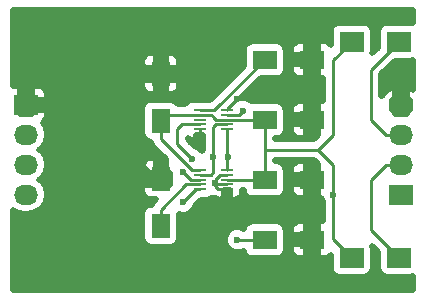
<source format=gbr>
G04 #@! TF.FileFunction,Copper,L1,Top,Signal*
%FSLAX46Y46*%
G04 Gerber Fmt 4.6, Leading zero omitted, Abs format (unit mm)*
G04 Created by KiCad (PCBNEW 4.0.6) date 03/10/17 18:36:09*
%MOMM*%
%LPD*%
G01*
G04 APERTURE LIST*
%ADD10C,0.150000*%
%ADD11R,1.100000X0.225000*%
%ADD12R,2.000000X1.600000*%
%ADD13R,1.600000X2.000000*%
%ADD14R,2.032000X1.727200*%
%ADD15O,2.032000X1.727200*%
%ADD16R,2.000000X1.700000*%
%ADD17C,0.600000*%
%ADD18C,0.254000*%
%ADD19C,0.508000*%
G04 APERTURE END LIST*
D10*
D11*
X143630000Y-116040000D03*
X143630000Y-116440000D03*
X143630000Y-116840000D03*
X143630000Y-117240000D03*
X143630000Y-117640000D03*
X145930000Y-117640000D03*
X145930000Y-117240000D03*
X145930000Y-116840000D03*
X145930000Y-116440000D03*
X145930000Y-116040000D03*
D12*
X149130000Y-111760000D03*
X153130000Y-111760000D03*
X149130000Y-116840000D03*
X153130000Y-116840000D03*
X149130000Y-106680000D03*
X153130000Y-106680000D03*
X149130000Y-121920000D03*
X153130000Y-121920000D03*
D13*
X140335000Y-111855000D03*
X140335000Y-107855000D03*
X140335000Y-120745000D03*
X140335000Y-116745000D03*
D14*
X160655000Y-118110000D03*
D15*
X160655000Y-115570000D03*
X160655000Y-113030000D03*
X160655000Y-110490000D03*
D14*
X128905000Y-110490000D03*
D15*
X128905000Y-113030000D03*
X128905000Y-115570000D03*
X128905000Y-118110000D03*
D16*
X156496000Y-123444000D03*
X160496000Y-123444000D03*
X156496000Y-105156000D03*
X160496000Y-105156000D03*
D11*
X143630000Y-110960000D03*
X143630000Y-111360000D03*
X143630000Y-111760000D03*
X143630000Y-112160000D03*
X143630000Y-112560000D03*
X145930000Y-112560000D03*
X145930000Y-112160000D03*
X145930000Y-111760000D03*
X145930000Y-111360000D03*
X145930000Y-110960000D03*
D17*
X154940000Y-118110000D03*
X144907000Y-117094000D03*
X142875000Y-113665000D03*
X146812000Y-109982000D03*
X138049000Y-114808000D03*
X138049000Y-112014000D03*
X138049000Y-117348000D03*
X151003000Y-106680000D03*
X151003000Y-111760000D03*
X151003000Y-116840000D03*
X151003000Y-121920000D03*
X146812000Y-121920000D03*
X143002000Y-115062000D03*
X144780000Y-114935000D03*
X146050000Y-114935000D03*
X147320000Y-110998000D03*
X142240000Y-116205000D03*
X142240000Y-118745000D03*
D18*
X154940000Y-119380000D02*
X154940000Y-121888000D01*
X154940000Y-115570000D02*
X154940000Y-118110000D01*
X154940000Y-118110000D02*
X154940000Y-119380000D01*
X153670000Y-114300000D02*
X154940000Y-115570000D01*
X154940000Y-121888000D02*
X156496000Y-123444000D01*
X154940000Y-109855000D02*
X154940000Y-106712000D01*
X154940000Y-106712000D02*
X156496000Y-105156000D01*
X153670000Y-114300000D02*
X154940000Y-113030000D01*
X154940000Y-113030000D02*
X154940000Y-109855000D01*
X154940000Y-109855000D02*
X154940000Y-109760000D01*
X143630000Y-116040000D02*
X142964000Y-116040000D01*
X140335000Y-113411000D02*
X140335000Y-111855000D01*
X142964000Y-116040000D02*
X140335000Y-113411000D01*
X145930000Y-111760000D02*
X149130000Y-111760000D01*
X143630000Y-111360000D02*
X140830000Y-111360000D01*
X140830000Y-111360000D02*
X140335000Y-111855000D01*
X143630000Y-111360000D02*
X144634000Y-111360000D01*
X145034000Y-111760000D02*
X144780000Y-111506000D01*
X145034000Y-111760000D02*
X145930000Y-111760000D01*
X144634000Y-111360000D02*
X144780000Y-111506000D01*
X149130000Y-114300000D02*
X153670000Y-114300000D01*
X140430000Y-111760000D02*
X140335000Y-111855000D01*
X148730000Y-112160000D02*
X149130000Y-111760000D01*
X145930000Y-116840000D02*
X149130000Y-116840000D01*
X149130000Y-111760000D02*
X149130000Y-114300000D01*
X149130000Y-114300000D02*
X149130000Y-116840000D01*
X143630000Y-112910000D02*
X142875000Y-113665000D01*
X143630000Y-112560000D02*
X143630000Y-112910000D01*
X145930000Y-110960000D02*
X145930000Y-110864000D01*
X145930000Y-110864000D02*
X146812000Y-109982000D01*
X145930000Y-117640000D02*
X145199000Y-117640000D01*
X144907000Y-117348000D02*
X144907000Y-117094000D01*
X145199000Y-117640000D02*
X144907000Y-117348000D01*
X145930000Y-117240000D02*
X145053000Y-117240000D01*
X145307000Y-116440000D02*
X144907000Y-116840000D01*
X145307000Y-116440000D02*
X145930000Y-116440000D01*
X144907000Y-117094000D02*
X144907000Y-116840000D01*
X145053000Y-117240000D02*
X144907000Y-117094000D01*
X140335000Y-116745000D02*
X139986000Y-116745000D01*
X139986000Y-116745000D02*
X138049000Y-114808000D01*
X138049000Y-117348000D02*
X138049000Y-114808000D01*
X138049000Y-112014000D02*
X138049000Y-108966000D01*
X138049000Y-114808000D02*
X138049000Y-112014000D01*
X138049000Y-108966000D02*
X139160000Y-107855000D01*
X139160000Y-107855000D02*
X140335000Y-107855000D01*
X153130000Y-106680000D02*
X151003000Y-106680000D01*
X151003000Y-111760000D02*
X153130000Y-111760000D01*
X153130000Y-116840000D02*
X151003000Y-116840000D01*
X151003000Y-121920000D02*
X153130000Y-121920000D01*
X143630000Y-110960000D02*
X144850000Y-110960000D01*
X144850000Y-110960000D02*
X149130000Y-106680000D01*
X149130000Y-121920000D02*
X146812000Y-121920000D01*
X142094000Y-112160000D02*
X143630000Y-112160000D01*
X141732000Y-113792000D02*
X143002000Y-115062000D01*
X141732000Y-112522000D02*
X141732000Y-113792000D01*
X142094000Y-112160000D02*
X141732000Y-112522000D01*
X149130000Y-121920000D02*
X149130000Y-121825000D01*
X143630000Y-117240000D02*
X142475000Y-117240000D01*
X140335000Y-119380000D02*
X140335000Y-120745000D01*
X142475000Y-117240000D02*
X140335000Y-119380000D01*
X160655000Y-115570000D02*
X159385000Y-115570000D01*
X158115000Y-121063000D02*
X160496000Y-123444000D01*
X158115000Y-116840000D02*
X158115000Y-121063000D01*
X159385000Y-115570000D02*
X158115000Y-116840000D01*
X145930000Y-112160000D02*
X145015000Y-112160000D01*
X144780000Y-112395000D02*
X144780000Y-114935000D01*
X145015000Y-112160000D02*
X144780000Y-112395000D01*
X144545000Y-116440000D02*
X144780000Y-116205000D01*
X144780000Y-116205000D02*
X144780000Y-114935000D01*
X144545000Y-116440000D02*
X143630000Y-116440000D01*
X160655000Y-113030000D02*
X159385000Y-113030000D01*
X158115000Y-107537000D02*
X160496000Y-105156000D01*
X158115000Y-111760000D02*
X158115000Y-107537000D01*
X159385000Y-113030000D02*
X158115000Y-111760000D01*
X145930000Y-112560000D02*
X145930000Y-114815000D01*
X145930000Y-114815000D02*
X146050000Y-114935000D01*
X145930000Y-115055000D02*
X146050000Y-114935000D01*
X145930000Y-115055000D02*
X145930000Y-116040000D01*
X146958000Y-111360000D02*
X147320000Y-110998000D01*
X146958000Y-111360000D02*
X145930000Y-111360000D01*
X142875000Y-116840000D02*
X143630000Y-116840000D01*
X142875000Y-116840000D02*
X142240000Y-116205000D01*
X142240000Y-118745000D02*
X143345000Y-117640000D01*
X143630000Y-117640000D02*
X143345000Y-117640000D01*
D19*
G36*
X161723000Y-103575041D02*
X161496000Y-103529072D01*
X159496000Y-103529072D01*
X159213620Y-103582205D01*
X158954271Y-103749092D01*
X158780283Y-104003731D01*
X158719072Y-104306000D01*
X158719072Y-105675692D01*
X158243514Y-106151250D01*
X158272928Y-106006000D01*
X158272928Y-104306000D01*
X158219795Y-104023620D01*
X158052908Y-103764271D01*
X157798269Y-103590283D01*
X157496000Y-103529072D01*
X155496000Y-103529072D01*
X155213620Y-103582205D01*
X154954271Y-103749092D01*
X154780283Y-104003731D01*
X154719072Y-104306000D01*
X154719072Y-105391442D01*
X154561638Y-105234008D01*
X154281571Y-105118000D01*
X153820500Y-105118000D01*
X153630000Y-105308500D01*
X153630000Y-106280000D01*
X153896000Y-106280000D01*
X153896000Y-107080000D01*
X153630000Y-107080000D01*
X153630000Y-108051500D01*
X153820500Y-108242000D01*
X154051000Y-108242000D01*
X154051000Y-110198000D01*
X153820500Y-110198000D01*
X153630000Y-110388500D01*
X153630000Y-111360000D01*
X153896000Y-111360000D01*
X153896000Y-112160000D01*
X153630000Y-112160000D01*
X153630000Y-113082764D01*
X153301764Y-113411000D01*
X150019000Y-113411000D01*
X150019000Y-113336928D01*
X150130000Y-113336928D01*
X150412380Y-113283795D01*
X150671729Y-113116908D01*
X150845717Y-112862269D01*
X150906928Y-112560000D01*
X150906928Y-112350500D01*
X151368000Y-112350500D01*
X151368000Y-112711571D01*
X151484008Y-112991638D01*
X151698362Y-113205992D01*
X151978429Y-113322000D01*
X152439500Y-113322000D01*
X152630000Y-113131500D01*
X152630000Y-112160000D01*
X151558500Y-112160000D01*
X151368000Y-112350500D01*
X150906928Y-112350500D01*
X150906928Y-110960000D01*
X150878409Y-110808429D01*
X151368000Y-110808429D01*
X151368000Y-111169500D01*
X151558500Y-111360000D01*
X152630000Y-111360000D01*
X152630000Y-110388500D01*
X152439500Y-110198000D01*
X151978429Y-110198000D01*
X151698362Y-110314008D01*
X151484008Y-110528362D01*
X151368000Y-110808429D01*
X150878409Y-110808429D01*
X150853795Y-110677620D01*
X150686908Y-110418271D01*
X150432269Y-110244283D01*
X150130000Y-110183072D01*
X148130000Y-110183072D01*
X148026517Y-110202544D01*
X147922360Y-110098205D01*
X147532172Y-109936185D01*
X147131401Y-109935835D01*
X148810308Y-108256928D01*
X150130000Y-108256928D01*
X150412380Y-108203795D01*
X150671729Y-108036908D01*
X150845717Y-107782269D01*
X150906928Y-107480000D01*
X150906928Y-107270500D01*
X151368000Y-107270500D01*
X151368000Y-107631571D01*
X151484008Y-107911638D01*
X151698362Y-108125992D01*
X151978429Y-108242000D01*
X152439500Y-108242000D01*
X152630000Y-108051500D01*
X152630000Y-107080000D01*
X151558500Y-107080000D01*
X151368000Y-107270500D01*
X150906928Y-107270500D01*
X150906928Y-105880000D01*
X150878409Y-105728429D01*
X151368000Y-105728429D01*
X151368000Y-106089500D01*
X151558500Y-106280000D01*
X152630000Y-106280000D01*
X152630000Y-105308500D01*
X152439500Y-105118000D01*
X151978429Y-105118000D01*
X151698362Y-105234008D01*
X151484008Y-105448362D01*
X151368000Y-105728429D01*
X150878409Y-105728429D01*
X150853795Y-105597620D01*
X150686908Y-105338271D01*
X150432269Y-105164283D01*
X150130000Y-105103072D01*
X148130000Y-105103072D01*
X147847620Y-105156205D01*
X147588271Y-105323092D01*
X147414283Y-105577731D01*
X147353072Y-105880000D01*
X147353072Y-107199692D01*
X144481764Y-110071000D01*
X144182114Y-110071000D01*
X144180000Y-110070572D01*
X143080000Y-110070572D01*
X142797620Y-110123705D01*
X142538271Y-110290592D01*
X142415003Y-110471000D01*
X141793404Y-110471000D01*
X141691908Y-110313271D01*
X141437269Y-110139283D01*
X141135000Y-110078072D01*
X139535000Y-110078072D01*
X139252620Y-110131205D01*
X138993271Y-110298092D01*
X138819283Y-110552731D01*
X138758072Y-110855000D01*
X138758072Y-112855000D01*
X138811205Y-113137380D01*
X138978092Y-113396729D01*
X139232731Y-113570717D01*
X139488054Y-113622421D01*
X139513671Y-113751206D01*
X139653045Y-113959794D01*
X139706382Y-114039618D01*
X140787632Y-115120868D01*
X140735000Y-115173500D01*
X140735000Y-116245000D01*
X141101000Y-116245000D01*
X141101000Y-117245000D01*
X140735000Y-117245000D01*
X140735000Y-117511000D01*
X139935000Y-117511000D01*
X139935000Y-117245000D01*
X138963500Y-117245000D01*
X138773000Y-117435500D01*
X138773000Y-117896571D01*
X138889008Y-118176638D01*
X139103362Y-118390992D01*
X139383429Y-118507000D01*
X139950764Y-118507000D01*
X139706382Y-118751382D01*
X139561594Y-118968072D01*
X139535000Y-118968072D01*
X139252620Y-119021205D01*
X138993271Y-119188092D01*
X138819283Y-119442731D01*
X138758072Y-119745000D01*
X138758072Y-121745000D01*
X138811205Y-122027380D01*
X138978092Y-122286729D01*
X139232731Y-122460717D01*
X139535000Y-122521928D01*
X141135000Y-122521928D01*
X141417380Y-122468795D01*
X141676729Y-122301908D01*
X141793971Y-122130318D01*
X145749816Y-122130318D01*
X145911155Y-122520789D01*
X146209640Y-122819795D01*
X146599828Y-122981815D01*
X147022318Y-122982184D01*
X147374986Y-122836465D01*
X147406205Y-123002380D01*
X147573092Y-123261729D01*
X147827731Y-123435717D01*
X148130000Y-123496928D01*
X150130000Y-123496928D01*
X150412380Y-123443795D01*
X150671729Y-123276908D01*
X150845717Y-123022269D01*
X150906928Y-122720000D01*
X150906928Y-122510500D01*
X151368000Y-122510500D01*
X151368000Y-122871571D01*
X151484008Y-123151638D01*
X151698362Y-123365992D01*
X151978429Y-123482000D01*
X152439500Y-123482000D01*
X152630000Y-123291500D01*
X152630000Y-122320000D01*
X151558500Y-122320000D01*
X151368000Y-122510500D01*
X150906928Y-122510500D01*
X150906928Y-121120000D01*
X150878409Y-120968429D01*
X151368000Y-120968429D01*
X151368000Y-121329500D01*
X151558500Y-121520000D01*
X152630000Y-121520000D01*
X152630000Y-120548500D01*
X152439500Y-120358000D01*
X151978429Y-120358000D01*
X151698362Y-120474008D01*
X151484008Y-120688362D01*
X151368000Y-120968429D01*
X150878409Y-120968429D01*
X150853795Y-120837620D01*
X150686908Y-120578271D01*
X150432269Y-120404283D01*
X150130000Y-120343072D01*
X148130000Y-120343072D01*
X147847620Y-120396205D01*
X147588271Y-120563092D01*
X147414283Y-120817731D01*
X147376467Y-121004471D01*
X147024172Y-120858185D01*
X146601682Y-120857816D01*
X146211211Y-121019155D01*
X145912205Y-121317640D01*
X145750185Y-121707828D01*
X145749816Y-122130318D01*
X141793971Y-122130318D01*
X141850717Y-122047269D01*
X141911928Y-121745000D01*
X141911928Y-119758689D01*
X142027828Y-119806815D01*
X142450318Y-119807184D01*
X142840789Y-119645845D01*
X143139795Y-119347360D01*
X143301815Y-118957172D01*
X143301830Y-118940406D01*
X143712808Y-118529428D01*
X144180000Y-118529428D01*
X144462380Y-118476295D01*
X144618000Y-118376156D01*
X144618000Y-118386002D01*
X144935872Y-118386002D01*
X144948362Y-118398492D01*
X145228429Y-118514500D01*
X145464500Y-118514500D01*
X145655000Y-118324000D01*
X145655000Y-117729428D01*
X146205000Y-117729428D01*
X146205000Y-118324000D01*
X146395500Y-118514500D01*
X146631571Y-118514500D01*
X146911638Y-118398492D01*
X146924128Y-118386002D01*
X147242000Y-118386002D01*
X147242000Y-117729000D01*
X147369818Y-117729000D01*
X147406205Y-117922380D01*
X147573092Y-118181729D01*
X147827731Y-118355717D01*
X148130000Y-118416928D01*
X150130000Y-118416928D01*
X150412380Y-118363795D01*
X150671729Y-118196908D01*
X150845717Y-117942269D01*
X150906928Y-117640000D01*
X150906928Y-117430500D01*
X151368000Y-117430500D01*
X151368000Y-117791571D01*
X151484008Y-118071638D01*
X151698362Y-118285992D01*
X151978429Y-118402000D01*
X152439500Y-118402000D01*
X152630000Y-118211500D01*
X152630000Y-117240000D01*
X151558500Y-117240000D01*
X151368000Y-117430500D01*
X150906928Y-117430500D01*
X150906928Y-116040000D01*
X150878409Y-115888429D01*
X151368000Y-115888429D01*
X151368000Y-116249500D01*
X151558500Y-116440000D01*
X152630000Y-116440000D01*
X152630000Y-115468500D01*
X152439500Y-115278000D01*
X151978429Y-115278000D01*
X151698362Y-115394008D01*
X151484008Y-115608362D01*
X151368000Y-115888429D01*
X150878409Y-115888429D01*
X150853795Y-115757620D01*
X150686908Y-115498271D01*
X150432269Y-115324283D01*
X150130000Y-115263072D01*
X150019000Y-115263072D01*
X150019000Y-115189000D01*
X153301764Y-115189000D01*
X153630000Y-115517236D01*
X153630000Y-116440000D01*
X153896000Y-116440000D01*
X153896000Y-117240000D01*
X153630000Y-117240000D01*
X153630000Y-118211500D01*
X153820500Y-118402000D01*
X153911566Y-118402000D01*
X154039155Y-118710789D01*
X154051000Y-118722655D01*
X154051000Y-120358000D01*
X153820500Y-120358000D01*
X153630000Y-120548500D01*
X153630000Y-121520000D01*
X153896000Y-121520000D01*
X153896000Y-122320000D01*
X153630000Y-122320000D01*
X153630000Y-123291500D01*
X153820500Y-123482000D01*
X154281571Y-123482000D01*
X154561638Y-123365992D01*
X154719072Y-123208558D01*
X154719072Y-124294000D01*
X154772205Y-124576380D01*
X154939092Y-124835729D01*
X155193731Y-125009717D01*
X155496000Y-125070928D01*
X157496000Y-125070928D01*
X157778380Y-125017795D01*
X158037729Y-124850908D01*
X158211717Y-124596269D01*
X158272928Y-124294000D01*
X158272928Y-122594000D01*
X158246080Y-122451316D01*
X158719072Y-122924308D01*
X158719072Y-124294000D01*
X158772205Y-124576380D01*
X158939092Y-124835729D01*
X159193731Y-125009717D01*
X159496000Y-125070928D01*
X161496000Y-125070928D01*
X161723000Y-125028215D01*
X161723000Y-126163000D01*
X127837000Y-126163000D01*
X127837000Y-119439017D01*
X128095677Y-119611859D01*
X128717767Y-119735600D01*
X129092233Y-119735600D01*
X129714323Y-119611859D01*
X130241706Y-119259473D01*
X130594092Y-118732090D01*
X130717833Y-118110000D01*
X130594092Y-117487910D01*
X130241706Y-116960527D01*
X130061325Y-116840000D01*
X130241706Y-116719473D01*
X130594092Y-116192090D01*
X130713172Y-115593429D01*
X138773000Y-115593429D01*
X138773000Y-116054500D01*
X138963500Y-116245000D01*
X139935000Y-116245000D01*
X139935000Y-115173500D01*
X139744500Y-114983000D01*
X139383429Y-114983000D01*
X139103362Y-115099008D01*
X138889008Y-115313362D01*
X138773000Y-115593429D01*
X130713172Y-115593429D01*
X130717833Y-115570000D01*
X130594092Y-114947910D01*
X130241706Y-114420527D01*
X130061325Y-114300000D01*
X130241706Y-114179473D01*
X130594092Y-113652090D01*
X130717833Y-113030000D01*
X130594092Y-112407910D01*
X130328064Y-112009771D01*
X130352638Y-111999592D01*
X130566992Y-111785238D01*
X130683000Y-111505171D01*
X130683000Y-111112300D01*
X130492500Y-110921800D01*
X129413000Y-110921800D01*
X129413000Y-111256000D01*
X128397000Y-111256000D01*
X128397000Y-110921800D01*
X128139000Y-110921800D01*
X128139000Y-110058200D01*
X128397000Y-110058200D01*
X128397000Y-109054900D01*
X129413000Y-109054900D01*
X129413000Y-110058200D01*
X130492500Y-110058200D01*
X130683000Y-109867700D01*
X130683000Y-109474829D01*
X130566992Y-109194762D01*
X130352638Y-108980408D01*
X130072571Y-108864400D01*
X129603500Y-108864400D01*
X129413000Y-109054900D01*
X128397000Y-109054900D01*
X128206500Y-108864400D01*
X127837000Y-108864400D01*
X127837000Y-108545500D01*
X138773000Y-108545500D01*
X138773000Y-109006571D01*
X138889008Y-109286638D01*
X139103362Y-109500992D01*
X139383429Y-109617000D01*
X139744500Y-109617000D01*
X139935000Y-109426500D01*
X139935000Y-108355000D01*
X140735000Y-108355000D01*
X140735000Y-109426500D01*
X140925500Y-109617000D01*
X141286571Y-109617000D01*
X141566638Y-109500992D01*
X141780992Y-109286638D01*
X141897000Y-109006571D01*
X141897000Y-108545500D01*
X141706500Y-108355000D01*
X140735000Y-108355000D01*
X139935000Y-108355000D01*
X138963500Y-108355000D01*
X138773000Y-108545500D01*
X127837000Y-108545500D01*
X127837000Y-106703429D01*
X138773000Y-106703429D01*
X138773000Y-107164500D01*
X138963500Y-107355000D01*
X139935000Y-107355000D01*
X139935000Y-106283500D01*
X140735000Y-106283500D01*
X140735000Y-107355000D01*
X141706500Y-107355000D01*
X141897000Y-107164500D01*
X141897000Y-106703429D01*
X141780992Y-106423362D01*
X141566638Y-106209008D01*
X141286571Y-106093000D01*
X140925500Y-106093000D01*
X140735000Y-106283500D01*
X139935000Y-106283500D01*
X139744500Y-106093000D01*
X139383429Y-106093000D01*
X139103362Y-106209008D01*
X138889008Y-106423362D01*
X138773000Y-106703429D01*
X127837000Y-106703429D01*
X127837000Y-102437000D01*
X161723000Y-102437000D01*
X161723000Y-103575041D01*
X161723000Y-103575041D01*
G37*
X161723000Y-103575041D02*
X161496000Y-103529072D01*
X159496000Y-103529072D01*
X159213620Y-103582205D01*
X158954271Y-103749092D01*
X158780283Y-104003731D01*
X158719072Y-104306000D01*
X158719072Y-105675692D01*
X158243514Y-106151250D01*
X158272928Y-106006000D01*
X158272928Y-104306000D01*
X158219795Y-104023620D01*
X158052908Y-103764271D01*
X157798269Y-103590283D01*
X157496000Y-103529072D01*
X155496000Y-103529072D01*
X155213620Y-103582205D01*
X154954271Y-103749092D01*
X154780283Y-104003731D01*
X154719072Y-104306000D01*
X154719072Y-105391442D01*
X154561638Y-105234008D01*
X154281571Y-105118000D01*
X153820500Y-105118000D01*
X153630000Y-105308500D01*
X153630000Y-106280000D01*
X153896000Y-106280000D01*
X153896000Y-107080000D01*
X153630000Y-107080000D01*
X153630000Y-108051500D01*
X153820500Y-108242000D01*
X154051000Y-108242000D01*
X154051000Y-110198000D01*
X153820500Y-110198000D01*
X153630000Y-110388500D01*
X153630000Y-111360000D01*
X153896000Y-111360000D01*
X153896000Y-112160000D01*
X153630000Y-112160000D01*
X153630000Y-113082764D01*
X153301764Y-113411000D01*
X150019000Y-113411000D01*
X150019000Y-113336928D01*
X150130000Y-113336928D01*
X150412380Y-113283795D01*
X150671729Y-113116908D01*
X150845717Y-112862269D01*
X150906928Y-112560000D01*
X150906928Y-112350500D01*
X151368000Y-112350500D01*
X151368000Y-112711571D01*
X151484008Y-112991638D01*
X151698362Y-113205992D01*
X151978429Y-113322000D01*
X152439500Y-113322000D01*
X152630000Y-113131500D01*
X152630000Y-112160000D01*
X151558500Y-112160000D01*
X151368000Y-112350500D01*
X150906928Y-112350500D01*
X150906928Y-110960000D01*
X150878409Y-110808429D01*
X151368000Y-110808429D01*
X151368000Y-111169500D01*
X151558500Y-111360000D01*
X152630000Y-111360000D01*
X152630000Y-110388500D01*
X152439500Y-110198000D01*
X151978429Y-110198000D01*
X151698362Y-110314008D01*
X151484008Y-110528362D01*
X151368000Y-110808429D01*
X150878409Y-110808429D01*
X150853795Y-110677620D01*
X150686908Y-110418271D01*
X150432269Y-110244283D01*
X150130000Y-110183072D01*
X148130000Y-110183072D01*
X148026517Y-110202544D01*
X147922360Y-110098205D01*
X147532172Y-109936185D01*
X147131401Y-109935835D01*
X148810308Y-108256928D01*
X150130000Y-108256928D01*
X150412380Y-108203795D01*
X150671729Y-108036908D01*
X150845717Y-107782269D01*
X150906928Y-107480000D01*
X150906928Y-107270500D01*
X151368000Y-107270500D01*
X151368000Y-107631571D01*
X151484008Y-107911638D01*
X151698362Y-108125992D01*
X151978429Y-108242000D01*
X152439500Y-108242000D01*
X152630000Y-108051500D01*
X152630000Y-107080000D01*
X151558500Y-107080000D01*
X151368000Y-107270500D01*
X150906928Y-107270500D01*
X150906928Y-105880000D01*
X150878409Y-105728429D01*
X151368000Y-105728429D01*
X151368000Y-106089500D01*
X151558500Y-106280000D01*
X152630000Y-106280000D01*
X152630000Y-105308500D01*
X152439500Y-105118000D01*
X151978429Y-105118000D01*
X151698362Y-105234008D01*
X151484008Y-105448362D01*
X151368000Y-105728429D01*
X150878409Y-105728429D01*
X150853795Y-105597620D01*
X150686908Y-105338271D01*
X150432269Y-105164283D01*
X150130000Y-105103072D01*
X148130000Y-105103072D01*
X147847620Y-105156205D01*
X147588271Y-105323092D01*
X147414283Y-105577731D01*
X147353072Y-105880000D01*
X147353072Y-107199692D01*
X144481764Y-110071000D01*
X144182114Y-110071000D01*
X144180000Y-110070572D01*
X143080000Y-110070572D01*
X142797620Y-110123705D01*
X142538271Y-110290592D01*
X142415003Y-110471000D01*
X141793404Y-110471000D01*
X141691908Y-110313271D01*
X141437269Y-110139283D01*
X141135000Y-110078072D01*
X139535000Y-110078072D01*
X139252620Y-110131205D01*
X138993271Y-110298092D01*
X138819283Y-110552731D01*
X138758072Y-110855000D01*
X138758072Y-112855000D01*
X138811205Y-113137380D01*
X138978092Y-113396729D01*
X139232731Y-113570717D01*
X139488054Y-113622421D01*
X139513671Y-113751206D01*
X139653045Y-113959794D01*
X139706382Y-114039618D01*
X140787632Y-115120868D01*
X140735000Y-115173500D01*
X140735000Y-116245000D01*
X141101000Y-116245000D01*
X141101000Y-117245000D01*
X140735000Y-117245000D01*
X140735000Y-117511000D01*
X139935000Y-117511000D01*
X139935000Y-117245000D01*
X138963500Y-117245000D01*
X138773000Y-117435500D01*
X138773000Y-117896571D01*
X138889008Y-118176638D01*
X139103362Y-118390992D01*
X139383429Y-118507000D01*
X139950764Y-118507000D01*
X139706382Y-118751382D01*
X139561594Y-118968072D01*
X139535000Y-118968072D01*
X139252620Y-119021205D01*
X138993271Y-119188092D01*
X138819283Y-119442731D01*
X138758072Y-119745000D01*
X138758072Y-121745000D01*
X138811205Y-122027380D01*
X138978092Y-122286729D01*
X139232731Y-122460717D01*
X139535000Y-122521928D01*
X141135000Y-122521928D01*
X141417380Y-122468795D01*
X141676729Y-122301908D01*
X141793971Y-122130318D01*
X145749816Y-122130318D01*
X145911155Y-122520789D01*
X146209640Y-122819795D01*
X146599828Y-122981815D01*
X147022318Y-122982184D01*
X147374986Y-122836465D01*
X147406205Y-123002380D01*
X147573092Y-123261729D01*
X147827731Y-123435717D01*
X148130000Y-123496928D01*
X150130000Y-123496928D01*
X150412380Y-123443795D01*
X150671729Y-123276908D01*
X150845717Y-123022269D01*
X150906928Y-122720000D01*
X150906928Y-122510500D01*
X151368000Y-122510500D01*
X151368000Y-122871571D01*
X151484008Y-123151638D01*
X151698362Y-123365992D01*
X151978429Y-123482000D01*
X152439500Y-123482000D01*
X152630000Y-123291500D01*
X152630000Y-122320000D01*
X151558500Y-122320000D01*
X151368000Y-122510500D01*
X150906928Y-122510500D01*
X150906928Y-121120000D01*
X150878409Y-120968429D01*
X151368000Y-120968429D01*
X151368000Y-121329500D01*
X151558500Y-121520000D01*
X152630000Y-121520000D01*
X152630000Y-120548500D01*
X152439500Y-120358000D01*
X151978429Y-120358000D01*
X151698362Y-120474008D01*
X151484008Y-120688362D01*
X151368000Y-120968429D01*
X150878409Y-120968429D01*
X150853795Y-120837620D01*
X150686908Y-120578271D01*
X150432269Y-120404283D01*
X150130000Y-120343072D01*
X148130000Y-120343072D01*
X147847620Y-120396205D01*
X147588271Y-120563092D01*
X147414283Y-120817731D01*
X147376467Y-121004471D01*
X147024172Y-120858185D01*
X146601682Y-120857816D01*
X146211211Y-121019155D01*
X145912205Y-121317640D01*
X145750185Y-121707828D01*
X145749816Y-122130318D01*
X141793971Y-122130318D01*
X141850717Y-122047269D01*
X141911928Y-121745000D01*
X141911928Y-119758689D01*
X142027828Y-119806815D01*
X142450318Y-119807184D01*
X142840789Y-119645845D01*
X143139795Y-119347360D01*
X143301815Y-118957172D01*
X143301830Y-118940406D01*
X143712808Y-118529428D01*
X144180000Y-118529428D01*
X144462380Y-118476295D01*
X144618000Y-118376156D01*
X144618000Y-118386002D01*
X144935872Y-118386002D01*
X144948362Y-118398492D01*
X145228429Y-118514500D01*
X145464500Y-118514500D01*
X145655000Y-118324000D01*
X145655000Y-117729428D01*
X146205000Y-117729428D01*
X146205000Y-118324000D01*
X146395500Y-118514500D01*
X146631571Y-118514500D01*
X146911638Y-118398492D01*
X146924128Y-118386002D01*
X147242000Y-118386002D01*
X147242000Y-117729000D01*
X147369818Y-117729000D01*
X147406205Y-117922380D01*
X147573092Y-118181729D01*
X147827731Y-118355717D01*
X148130000Y-118416928D01*
X150130000Y-118416928D01*
X150412380Y-118363795D01*
X150671729Y-118196908D01*
X150845717Y-117942269D01*
X150906928Y-117640000D01*
X150906928Y-117430500D01*
X151368000Y-117430500D01*
X151368000Y-117791571D01*
X151484008Y-118071638D01*
X151698362Y-118285992D01*
X151978429Y-118402000D01*
X152439500Y-118402000D01*
X152630000Y-118211500D01*
X152630000Y-117240000D01*
X151558500Y-117240000D01*
X151368000Y-117430500D01*
X150906928Y-117430500D01*
X150906928Y-116040000D01*
X150878409Y-115888429D01*
X151368000Y-115888429D01*
X151368000Y-116249500D01*
X151558500Y-116440000D01*
X152630000Y-116440000D01*
X152630000Y-115468500D01*
X152439500Y-115278000D01*
X151978429Y-115278000D01*
X151698362Y-115394008D01*
X151484008Y-115608362D01*
X151368000Y-115888429D01*
X150878409Y-115888429D01*
X150853795Y-115757620D01*
X150686908Y-115498271D01*
X150432269Y-115324283D01*
X150130000Y-115263072D01*
X150019000Y-115263072D01*
X150019000Y-115189000D01*
X153301764Y-115189000D01*
X153630000Y-115517236D01*
X153630000Y-116440000D01*
X153896000Y-116440000D01*
X153896000Y-117240000D01*
X153630000Y-117240000D01*
X153630000Y-118211500D01*
X153820500Y-118402000D01*
X153911566Y-118402000D01*
X154039155Y-118710789D01*
X154051000Y-118722655D01*
X154051000Y-120358000D01*
X153820500Y-120358000D01*
X153630000Y-120548500D01*
X153630000Y-121520000D01*
X153896000Y-121520000D01*
X153896000Y-122320000D01*
X153630000Y-122320000D01*
X153630000Y-123291500D01*
X153820500Y-123482000D01*
X154281571Y-123482000D01*
X154561638Y-123365992D01*
X154719072Y-123208558D01*
X154719072Y-124294000D01*
X154772205Y-124576380D01*
X154939092Y-124835729D01*
X155193731Y-125009717D01*
X155496000Y-125070928D01*
X157496000Y-125070928D01*
X157778380Y-125017795D01*
X158037729Y-124850908D01*
X158211717Y-124596269D01*
X158272928Y-124294000D01*
X158272928Y-122594000D01*
X158246080Y-122451316D01*
X158719072Y-122924308D01*
X158719072Y-124294000D01*
X158772205Y-124576380D01*
X158939092Y-124835729D01*
X159193731Y-125009717D01*
X159496000Y-125070928D01*
X161496000Y-125070928D01*
X161723000Y-125028215D01*
X161723000Y-126163000D01*
X127837000Y-126163000D01*
X127837000Y-119439017D01*
X128095677Y-119611859D01*
X128717767Y-119735600D01*
X129092233Y-119735600D01*
X129714323Y-119611859D01*
X130241706Y-119259473D01*
X130594092Y-118732090D01*
X130717833Y-118110000D01*
X130594092Y-117487910D01*
X130241706Y-116960527D01*
X130061325Y-116840000D01*
X130241706Y-116719473D01*
X130594092Y-116192090D01*
X130713172Y-115593429D01*
X138773000Y-115593429D01*
X138773000Y-116054500D01*
X138963500Y-116245000D01*
X139935000Y-116245000D01*
X139935000Y-115173500D01*
X139744500Y-114983000D01*
X139383429Y-114983000D01*
X139103362Y-115099008D01*
X138889008Y-115313362D01*
X138773000Y-115593429D01*
X130713172Y-115593429D01*
X130717833Y-115570000D01*
X130594092Y-114947910D01*
X130241706Y-114420527D01*
X130061325Y-114300000D01*
X130241706Y-114179473D01*
X130594092Y-113652090D01*
X130717833Y-113030000D01*
X130594092Y-112407910D01*
X130328064Y-112009771D01*
X130352638Y-111999592D01*
X130566992Y-111785238D01*
X130683000Y-111505171D01*
X130683000Y-111112300D01*
X130492500Y-110921800D01*
X129413000Y-110921800D01*
X129413000Y-111256000D01*
X128397000Y-111256000D01*
X128397000Y-110921800D01*
X128139000Y-110921800D01*
X128139000Y-110058200D01*
X128397000Y-110058200D01*
X128397000Y-109054900D01*
X129413000Y-109054900D01*
X129413000Y-110058200D01*
X130492500Y-110058200D01*
X130683000Y-109867700D01*
X130683000Y-109474829D01*
X130566992Y-109194762D01*
X130352638Y-108980408D01*
X130072571Y-108864400D01*
X129603500Y-108864400D01*
X129413000Y-109054900D01*
X128397000Y-109054900D01*
X128206500Y-108864400D01*
X127837000Y-108864400D01*
X127837000Y-108545500D01*
X138773000Y-108545500D01*
X138773000Y-109006571D01*
X138889008Y-109286638D01*
X139103362Y-109500992D01*
X139383429Y-109617000D01*
X139744500Y-109617000D01*
X139935000Y-109426500D01*
X139935000Y-108355000D01*
X140735000Y-108355000D01*
X140735000Y-109426500D01*
X140925500Y-109617000D01*
X141286571Y-109617000D01*
X141566638Y-109500992D01*
X141780992Y-109286638D01*
X141897000Y-109006571D01*
X141897000Y-108545500D01*
X141706500Y-108355000D01*
X140735000Y-108355000D01*
X139935000Y-108355000D01*
X138963500Y-108355000D01*
X138773000Y-108545500D01*
X127837000Y-108545500D01*
X127837000Y-106703429D01*
X138773000Y-106703429D01*
X138773000Y-107164500D01*
X138963500Y-107355000D01*
X139935000Y-107355000D01*
X139935000Y-106283500D01*
X140735000Y-106283500D01*
X140735000Y-107355000D01*
X141706500Y-107355000D01*
X141897000Y-107164500D01*
X141897000Y-106703429D01*
X141780992Y-106423362D01*
X141566638Y-106209008D01*
X141286571Y-106093000D01*
X140925500Y-106093000D01*
X140735000Y-106283500D01*
X139935000Y-106283500D01*
X139744500Y-106093000D01*
X139383429Y-106093000D01*
X139103362Y-106209008D01*
X138889008Y-106423362D01*
X138773000Y-106703429D01*
X127837000Y-106703429D01*
X127837000Y-102437000D01*
X161723000Y-102437000D01*
X161723000Y-103575041D01*
G36*
X143891000Y-114321864D02*
X143880205Y-114332640D01*
X143849152Y-114407424D01*
X143604360Y-114162205D01*
X143214172Y-114000185D01*
X143197406Y-114000170D01*
X142621000Y-113423764D01*
X142621000Y-113306002D01*
X142635872Y-113306002D01*
X142648362Y-113318492D01*
X142928429Y-113434500D01*
X143164500Y-113434500D01*
X143355000Y-113244000D01*
X143355000Y-113049428D01*
X143891000Y-113049428D01*
X143891000Y-114321864D01*
X143891000Y-114321864D01*
G37*
X143891000Y-114321864D02*
X143880205Y-114332640D01*
X143849152Y-114407424D01*
X143604360Y-114162205D01*
X143214172Y-114000185D01*
X143197406Y-114000170D01*
X142621000Y-113423764D01*
X142621000Y-113306002D01*
X142635872Y-113306002D01*
X142648362Y-113318492D01*
X142928429Y-113434500D01*
X143164500Y-113434500D01*
X143355000Y-113244000D01*
X143355000Y-113049428D01*
X143891000Y-113049428D01*
X143891000Y-114321864D01*
G36*
X161723000Y-109203127D02*
X161404080Y-108995866D01*
X161163000Y-109111420D01*
X161163000Y-110058200D01*
X161421000Y-110058200D01*
X161421000Y-110921800D01*
X161163000Y-110921800D01*
X161163000Y-111256000D01*
X160147000Y-111256000D01*
X160147000Y-110921800D01*
X159889000Y-110921800D01*
X159889000Y-110058200D01*
X160147000Y-110058200D01*
X160147000Y-109111420D01*
X159905920Y-108995866D01*
X159379559Y-109337940D01*
X159077543Y-109743998D01*
X159004000Y-109743998D01*
X159004000Y-107905236D01*
X160126308Y-106782928D01*
X161496000Y-106782928D01*
X161723000Y-106740215D01*
X161723000Y-109203127D01*
X161723000Y-109203127D01*
G37*
X161723000Y-109203127D02*
X161404080Y-108995866D01*
X161163000Y-109111420D01*
X161163000Y-110058200D01*
X161421000Y-110058200D01*
X161421000Y-110921800D01*
X161163000Y-110921800D01*
X161163000Y-111256000D01*
X160147000Y-111256000D01*
X160147000Y-110921800D01*
X159889000Y-110921800D01*
X159889000Y-110058200D01*
X160147000Y-110058200D01*
X160147000Y-109111420D01*
X159905920Y-108995866D01*
X159379559Y-109337940D01*
X159077543Y-109743998D01*
X159004000Y-109743998D01*
X159004000Y-107905236D01*
X160126308Y-106782928D01*
X161496000Y-106782928D01*
X161723000Y-106740215D01*
X161723000Y-109203127D01*
M02*

</source>
